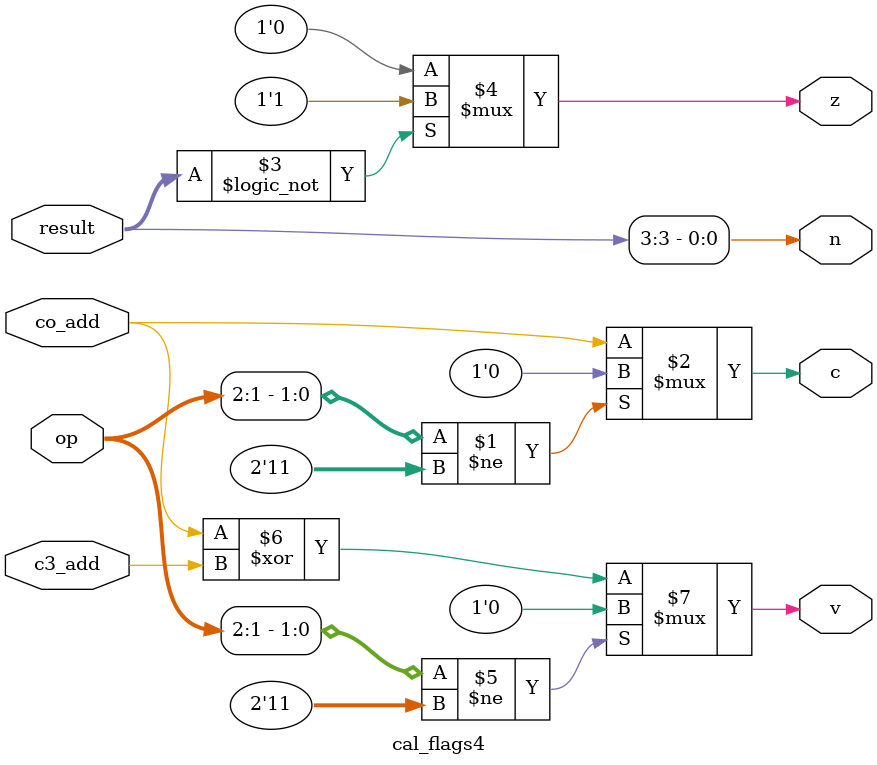
<source format=v>
module cal_flags4(op, result, co_add, c3_add, c, n, z, v);
  input [2:0] op;
  input [3:0] result;
  input co_add, c3_add;
  output c, n, z, v;

  assign c = (op[2:1] != 2'b11) ? 1'b0 : co_add;
  assign n = result[3];
  assign z = (result == 4'b0) ? 1'b1 : 1'b0;
  assign v = (op[2:1] != 2'b11) ? 1'b0 : co_add ^ c3_add;
  
endmodule

</source>
